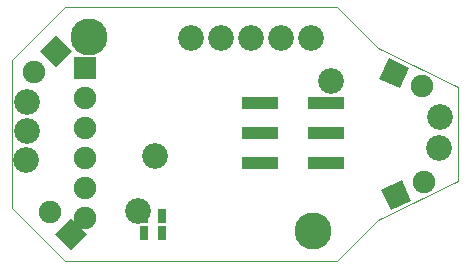
<source format=gbs>
G04 (created by PCBNEW (2013-jul-07)-stable) date Mon 22 Jun 2015 08:36:27 PM EDT*
%MOIN*%
G04 Gerber Fmt 3.4, Leading zero omitted, Abs format*
%FSLAX34Y34*%
G01*
G70*
G90*
G04 APERTURE LIST*
%ADD10C,0.00590551*%
%ADD11C,0.00393701*%
%ADD12R,0.1244X0.0434*%
%ADD13R,0.0754X0.0754*%
%ADD14C,0.0754*%
%ADD15C,0.0854*%
%ADD16C,0.12351*%
%ADD17R,0.0304X0.0504*%
G04 APERTURE END LIST*
G54D10*
G54D11*
X28718Y-19360D02*
X19662Y-19360D01*
X28718Y-27825D02*
X19662Y-27825D01*
X19662Y-27825D02*
X17891Y-26053D01*
X17891Y-21132D02*
X19662Y-19360D01*
X32753Y-25167D02*
X30096Y-26447D01*
X32753Y-22018D02*
X32753Y-25167D01*
X30096Y-20738D02*
X32753Y-22018D01*
X17891Y-21132D02*
X17891Y-26053D01*
X28718Y-19360D02*
X30096Y-20738D01*
X28718Y-27825D02*
X30096Y-26447D01*
G54D12*
X26170Y-22551D03*
X26170Y-23551D03*
X26170Y-24551D03*
X28350Y-22551D03*
X28350Y-23551D03*
X28350Y-24551D03*
G54D13*
X20325Y-21395D03*
G54D14*
X20325Y-22395D03*
X20325Y-23395D03*
X20325Y-24395D03*
X20325Y-25395D03*
X20325Y-26395D03*
G54D10*
G36*
X19355Y-20281D02*
X19888Y-20814D01*
X19355Y-21347D01*
X18822Y-20814D01*
X19355Y-20281D01*
X19355Y-20281D01*
G37*
G54D14*
X18648Y-21521D03*
G54D10*
G36*
X30146Y-21755D02*
X30465Y-21071D01*
X31148Y-21390D01*
X30830Y-22073D01*
X30146Y-21755D01*
X30146Y-21755D01*
G37*
G54D14*
X31554Y-21995D03*
G54D10*
G36*
X30528Y-26129D02*
X30209Y-25445D01*
X30893Y-25127D01*
X31211Y-25810D01*
X30528Y-26129D01*
X30528Y-26129D01*
G37*
G54D14*
X31617Y-25205D03*
G54D10*
G36*
X20394Y-26908D02*
X19861Y-27441D01*
X19328Y-26908D01*
X19861Y-26375D01*
X20394Y-26908D01*
X20394Y-26908D01*
G37*
G54D14*
X19154Y-26201D03*
G54D15*
X32170Y-23010D03*
X32130Y-24060D03*
X22676Y-24314D03*
G54D16*
X20450Y-20344D03*
X27930Y-26840D03*
G54D15*
X24850Y-20400D03*
X25850Y-20400D03*
X26850Y-20400D03*
X23850Y-20400D03*
X18383Y-23494D03*
X18383Y-22510D03*
X18379Y-24462D03*
X27857Y-20381D03*
G54D17*
X22886Y-26325D03*
X22286Y-26325D03*
X22299Y-26897D03*
X22899Y-26897D03*
G54D15*
X22092Y-26148D03*
X28533Y-21840D03*
M02*

</source>
